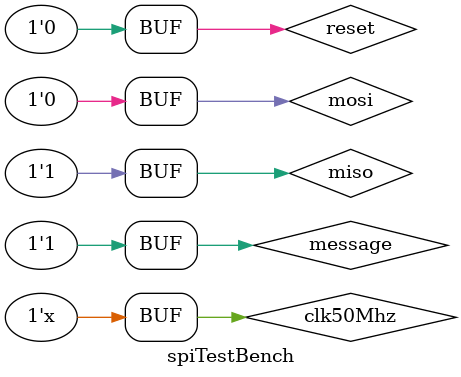
<source format=sv>
`timescale 1 ns / 1 ns
module spiTestBench();

 logic reset;
 logic message; 
 logic clk50Mhz;
 logic miso;

 logic sclk; //16Mhz spi clock
 logic mosi;
 logic cs;
 logic  [3:0] received;

spiTest ispi_test (

		.reset(reset),
		.message(message),
		.clk50Mhz(clk50Mhz),
		.mosi(mosi),
		.miso(miso),
		.sclk(sclk),
		.cs(cs),
		.received(received)

);

 always #10 clk50Mhz = ~clk50Mhz; //

  // Proceso de prueba
  initial begin
    // Inicialización de señales
    clk50Mhz = 0;
    reset = 0;
    message = 0;
    miso = 0;
	 mosi = 0;

    // Aplicar reset
    reset = 1;
    #100; // Espera 100 ns
    reset = 0;

    // Simulación de mensajes
    message = 1;
    miso = 1;
    #100;
    
    message = 0;
    miso = 0;
    #100;

    // Cambiar valores de message y miso para observar el comportamiento
    message = 1;
    miso = 1;
    #100;

  
  end

   
  

endmodule
</source>
